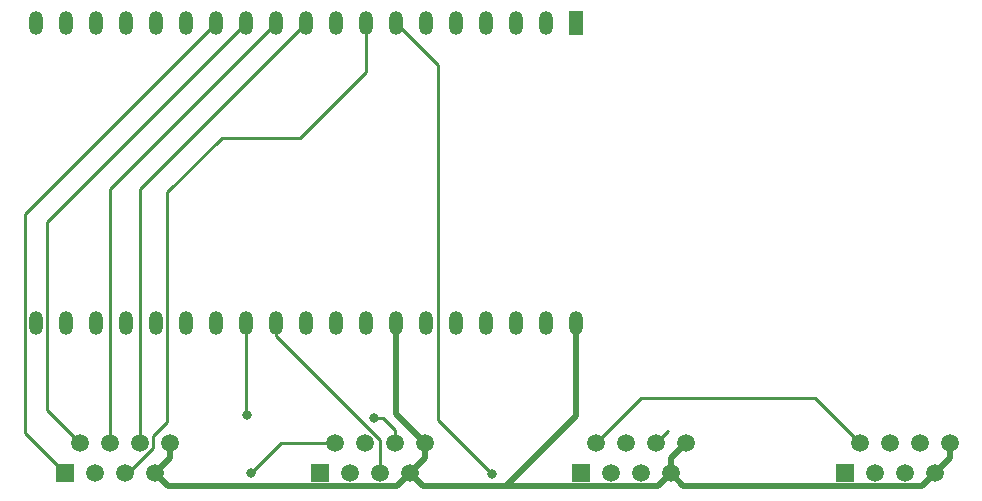
<source format=gbr>
%TF.GenerationSoftware,KiCad,Pcbnew,7.0.9*%
%TF.CreationDate,2023-12-29T21:55:34-05:00*%
%TF.ProjectId,Esp Controller,45737020-436f-46e7-9472-6f6c6c65722e,rev?*%
%TF.SameCoordinates,Original*%
%TF.FileFunction,Copper,L2,Bot*%
%TF.FilePolarity,Positive*%
%FSLAX46Y46*%
G04 Gerber Fmt 4.6, Leading zero omitted, Abs format (unit mm)*
G04 Created by KiCad (PCBNEW 7.0.9) date 2023-12-29 21:55:34*
%MOMM*%
%LPD*%
G01*
G04 APERTURE LIST*
%TA.AperFunction,ComponentPad*%
%ADD10R,1.500000X1.500000*%
%TD*%
%TA.AperFunction,ComponentPad*%
%ADD11C,1.500000*%
%TD*%
%TA.AperFunction,ComponentPad*%
%ADD12R,1.200000X2.000000*%
%TD*%
%TA.AperFunction,ComponentPad*%
%ADD13O,1.200000X2.000000*%
%TD*%
%TA.AperFunction,ViaPad*%
%ADD14C,0.800000*%
%TD*%
%TA.AperFunction,Conductor*%
%ADD15C,0.250000*%
%TD*%
%TA.AperFunction,Conductor*%
%ADD16C,0.500000*%
%TD*%
G04 APERTURE END LIST*
D10*
%TO.P,J2,1*%
%TO.N,/Red2*%
X142240000Y-91440000D03*
D11*
%TO.P,J2,2*%
%TO.N,/Yel2*%
X143510000Y-88900000D03*
%TO.P,J2,3*%
%TO.N,/USBV*%
X144780000Y-91440000D03*
%TO.P,J2,4*%
%TO.N,/Blu2*%
X146050000Y-88900000D03*
%TO.P,J2,5*%
%TO.N,/Wht2*%
X147320000Y-91440000D03*
%TO.P,J2,6*%
%TO.N,/Grn2*%
X148590000Y-88900000D03*
%TO.P,J2,7*%
%TO.N,GND*%
X149860000Y-91440000D03*
%TO.P,J2,8*%
X151130000Y-88900000D03*
%TD*%
D10*
%TO.P,J3,1*%
%TO.N,/Red3*%
X120177500Y-91420000D03*
D11*
%TO.P,J3,2*%
%TO.N,/Yel1*%
X121447500Y-88880000D03*
%TO.P,J3,3*%
%TO.N,/USBV*%
X122717500Y-91420000D03*
%TO.P,J3,4*%
%TO.N,/Blu3*%
X123987500Y-88880000D03*
%TO.P,J3,5*%
%TO.N,/Wht3*%
X125257500Y-91420000D03*
%TO.P,J3,6*%
%TO.N,/Grn3*%
X126527500Y-88880000D03*
%TO.P,J3,7*%
%TO.N,GND*%
X127797500Y-91420000D03*
%TO.P,J3,8*%
X129067500Y-88880000D03*
%TD*%
D10*
%TO.P,J1,1*%
%TO.N,/Red1*%
X98587500Y-91420000D03*
D11*
%TO.P,J1,2*%
%TO.N,/Yel1*%
X99857500Y-88880000D03*
%TO.P,J1,3*%
%TO.N,/USBV*%
X101127500Y-91420000D03*
%TO.P,J1,4*%
%TO.N,/Blu1*%
X102397500Y-88880000D03*
%TO.P,J1,5*%
%TO.N,/Wht1*%
X103667500Y-91420000D03*
%TO.P,J1,6*%
%TO.N,/Grn1*%
X104937500Y-88880000D03*
%TO.P,J1,7*%
%TO.N,GND*%
X106207500Y-91420000D03*
%TO.P,J1,8*%
X107477500Y-88880000D03*
%TD*%
D10*
%TO.P,J4,1*%
%TO.N,/Red4*%
X164627500Y-91420000D03*
D11*
%TO.P,J4,2*%
%TO.N,/Yel2*%
X165897500Y-88880000D03*
%TO.P,J4,3*%
%TO.N,/USBV*%
X167167500Y-91420000D03*
%TO.P,J4,4*%
%TO.N,/Blu4*%
X168437500Y-88880000D03*
%TO.P,J4,5*%
%TO.N,/Wht4*%
X169707500Y-91420000D03*
%TO.P,J4,6*%
%TO.N,/Grn4*%
X170977500Y-88880000D03*
%TO.P,J4,7*%
%TO.N,GND*%
X172247500Y-91420000D03*
%TO.P,J4,8*%
X173517500Y-88880000D03*
%TD*%
D12*
%TO.P,U2,1,3V3*%
%TO.N,unconnected-(U2-3V3-Pad1)*%
X141823440Y-53340000D03*
D13*
%TO.P,U2,2,CHIP_PU*%
%TO.N,unconnected-(U2-CHIP_PU-Pad2)*%
X139283440Y-53340000D03*
%TO.P,U2,3,SENSOR_VP/GPIO36/ADC1_CH0*%
%TO.N,unconnected-(U2-SENSOR_VP{slash}GPIO36{slash}ADC1_CH0-Pad3)*%
X136743440Y-53340000D03*
%TO.P,U2,4,SENSOR_VN/GPIO39/ADC1_CH3*%
%TO.N,unconnected-(U2-SENSOR_VN{slash}GPIO39{slash}ADC1_CH3-Pad4)*%
X134203440Y-53340000D03*
%TO.P,U2,5,VDET_1/GPIO34/ADC1_CH6*%
%TO.N,unconnected-(U2-VDET_1{slash}GPIO34{slash}ADC1_CH6-Pad5)*%
X131663440Y-53340000D03*
%TO.P,U2,6,VDET_2/GPIO35/ADC1_CH7*%
%TO.N,unconnected-(U2-VDET_2{slash}GPIO35{slash}ADC1_CH7-Pad6)*%
X129123440Y-53340000D03*
%TO.P,U2,7,32K_XP/GPIO32/ADC1_CH4*%
%TO.N,/Red2*%
X126583440Y-53340000D03*
%TO.P,U2,8,32K_XN/GPIO33/ADC1_CH5*%
%TO.N,/Wht1*%
X124043440Y-53340000D03*
%TO.P,U2,9,DAC_1/ADC2_CH8/GPIO25*%
%TO.N,/Grn4*%
X121503440Y-53340000D03*
%TO.P,U2,10,DAC_2/ADC2_CH9/GPIO26*%
%TO.N,/Grn1*%
X118963440Y-53340000D03*
%TO.P,U2,11,ADC2_CH7/GPIO27*%
%TO.N,/Blu1*%
X116423440Y-53340000D03*
%TO.P,U2,12,MTMS/GPIO14/ADC2_CH6*%
%TO.N,/Yel1*%
X113883440Y-53340000D03*
%TO.P,U2,13,MTDI/GPIO12/ADC2_CH5*%
%TO.N,/Red1*%
X111343440Y-53340000D03*
%TO.P,U2,14,GND*%
%TO.N,GND*%
X108803440Y-53340000D03*
%TO.P,U2,15,MTCK/GPIO13/ADC2_CH4*%
%TO.N,/Red3*%
X106263440Y-53340000D03*
%TO.P,U2,16,SD_DATA2/GPIO9*%
%TO.N,unconnected-(U2-SD_DATA2{slash}GPIO9-Pad16)*%
X103723440Y-53340000D03*
%TO.P,U2,17,SD_DATA3/GPIO10*%
%TO.N,unconnected-(U2-SD_DATA3{slash}GPIO10-Pad17)*%
X101183440Y-53340000D03*
%TO.P,U2,18,CMD*%
%TO.N,unconnected-(U2-CMD-Pad18)*%
X98643440Y-53340000D03*
%TO.P,U2,19,5V*%
%TO.N,/USBV*%
X96103440Y-53340000D03*
%TO.P,U2,20,SD_CLK/GPIO6*%
%TO.N,unconnected-(U2-SD_CLK{slash}GPIO6-Pad20)*%
X96106160Y-78736320D03*
%TO.P,U2,21,SD_DATA0/GPIO7*%
%TO.N,unconnected-(U2-SD_DATA0{slash}GPIO7-Pad21)*%
X98646160Y-78736320D03*
%TO.P,U2,22,SD_DATA1/GPIO8*%
%TO.N,unconnected-(U2-SD_DATA1{slash}GPIO8-Pad22)*%
X101183440Y-78740000D03*
%TO.P,U2,23,MTDO/GPIO15/ADC2_CH3*%
%TO.N,/Grn3*%
X103723440Y-78740000D03*
%TO.P,U2,24,ADC2_CH2/GPIO2*%
%TO.N,unconnected-(U2-ADC2_CH2{slash}GPIO2-Pad24)*%
X106263440Y-78740000D03*
%TO.P,U2,25,GPIO0/BOOT/ADC2_CH1*%
%TO.N,unconnected-(U2-GPIO0{slash}BOOT{slash}ADC2_CH1-Pad25)*%
X108803440Y-78740000D03*
%TO.P,U2,26,ADC2_CH0/GPIO4*%
%TO.N,/Yel2*%
X111343440Y-78740000D03*
%TO.P,U2,27,GPIO16*%
%TO.N,/Blu3*%
X113883440Y-78740000D03*
%TO.P,U2,28,GPIO17*%
%TO.N,/Wht3*%
X116423440Y-78740000D03*
%TO.P,U2,29,GPIO5*%
%TO.N,/Blu2*%
X118963440Y-78740000D03*
%TO.P,U2,30,GPIO18*%
%TO.N,/Grn2*%
X121503440Y-78740000D03*
%TO.P,U2,31,GPIO19*%
%TO.N,/Wht2*%
X124043440Y-78740000D03*
%TO.P,U2,32,GND*%
%TO.N,GND*%
X126583440Y-78740000D03*
%TO.P,U2,33,GPIO21*%
%TO.N,/Red4*%
X129123440Y-78740000D03*
%TO.P,U2,34,U0RXD/GPIO3*%
%TO.N,unconnected-(U2-U0RXD{slash}GPIO3-Pad34)*%
X131663440Y-78740000D03*
%TO.P,U2,35,U0TXD/GPIO1*%
%TO.N,unconnected-(U2-U0TXD{slash}GPIO1-Pad35)*%
X134203440Y-78740000D03*
%TO.P,U2,36,GPIO22*%
%TO.N,/Blu4*%
X136743440Y-78740000D03*
%TO.P,U2,37,GPIO23*%
%TO.N,/Wht4*%
X139283440Y-78740000D03*
%TO.P,U2,38,GND*%
%TO.N,GND*%
X141823440Y-78740000D03*
%TD*%
D14*
%TO.N,/Yel1*%
X114300000Y-91440000D03*
%TO.N,/Blu3*%
X114000000Y-86500000D03*
%TO.N,/Red2*%
X134750000Y-91500000D03*
%TO.N,/Grn3*%
X124750000Y-86750000D03*
%TD*%
D15*
%TO.N,/Red1*%
X95181160Y-88013660D02*
X95181160Y-69502280D01*
X95181160Y-69502280D02*
X111343440Y-53340000D01*
X98587500Y-91420000D02*
X95181160Y-88013660D01*
%TO.N,/Yel1*%
X116860000Y-88880000D02*
X114300000Y-91440000D01*
X97031160Y-86053660D02*
X97031160Y-70192280D01*
X97031160Y-70192280D02*
X113883440Y-53340000D01*
X99857500Y-88880000D02*
X97031160Y-86053660D01*
X121447500Y-88880000D02*
X116860000Y-88880000D01*
%TO.N,/Blu1*%
X102397500Y-67365940D02*
X116423440Y-53340000D01*
X102397500Y-88880000D02*
X102397500Y-67365940D01*
%TO.N,/Wht1*%
X106012500Y-88232500D02*
X107188440Y-87056560D01*
X107188440Y-87056560D02*
X107188440Y-67655000D01*
X107188440Y-67655000D02*
X111843440Y-63000000D01*
X124043440Y-57456560D02*
X124043440Y-53340000D01*
X111843440Y-63000000D02*
X118500000Y-63000000D01*
X103917780Y-91420000D02*
X106012500Y-89325280D01*
X118500000Y-63000000D02*
X124043440Y-57456560D01*
X106012500Y-89325280D02*
X106012500Y-88232500D01*
X103667500Y-91420000D02*
X103917780Y-91420000D01*
%TO.N,/Grn1*%
X104937500Y-88880000D02*
X104937500Y-67365940D01*
X104937500Y-67365940D02*
X118963440Y-53340000D01*
D16*
%TO.N,GND*%
X128892500Y-92515000D02*
X127797500Y-91420000D01*
X126583440Y-86395940D02*
X129067500Y-88880000D01*
X171172500Y-92495000D02*
X150915000Y-92495000D01*
X107282500Y-92495000D02*
X106207500Y-91420000D01*
X173517500Y-90150000D02*
X172247500Y-91420000D01*
X129067500Y-90150000D02*
X127797500Y-91420000D01*
X127797500Y-91420000D02*
X126722500Y-92495000D01*
X151130000Y-88900000D02*
X149860000Y-90170000D01*
X106207500Y-91420000D02*
X107477500Y-90150000D01*
X148785000Y-92515000D02*
X135890000Y-92515000D01*
X149860000Y-91440000D02*
X148785000Y-92515000D01*
X149860000Y-90170000D02*
X149860000Y-91440000D01*
X135890000Y-92515000D02*
X128892500Y-92515000D01*
X150915000Y-92495000D02*
X149860000Y-91440000D01*
X107477500Y-90150000D02*
X107477500Y-88880000D01*
X135890000Y-92515000D02*
X141823440Y-86581560D01*
X173517500Y-88880000D02*
X173517500Y-90150000D01*
X129067500Y-88880000D02*
X129067500Y-90150000D01*
X172247500Y-91420000D02*
X171172500Y-92495000D01*
X141823440Y-86581560D02*
X141823440Y-78740000D01*
X126583440Y-78740000D02*
X126583440Y-86395940D01*
X126722500Y-92495000D02*
X107282500Y-92495000D01*
D15*
%TO.N,/Yel2*%
X162107500Y-85090000D02*
X165897500Y-88880000D01*
X147320000Y-85090000D02*
X162107500Y-85090000D01*
X143510000Y-88900000D02*
X147320000Y-85090000D01*
%TO.N,/Grn2*%
X148590000Y-88900000D02*
X149665000Y-87825000D01*
%TO.N,/Blu3*%
X113883440Y-78740000D02*
X113883440Y-86383440D01*
X113883440Y-86383440D02*
X114000000Y-86500000D01*
%TO.N,/Wht3*%
X116423440Y-79795660D02*
X116423440Y-78740000D01*
X125257500Y-88629720D02*
X116423440Y-79795660D01*
X125257500Y-91420000D02*
X125257500Y-88629720D01*
%TO.N,/Red2*%
X126583440Y-53340000D02*
X130142500Y-56899060D01*
X130142500Y-56899060D02*
X130142500Y-86892500D01*
X130142500Y-86892500D02*
X134750000Y-91500000D01*
%TO.N,/Grn3*%
X126527500Y-87777500D02*
X125500000Y-86750000D01*
X125500000Y-86750000D02*
X124750000Y-86750000D01*
X126527500Y-88880000D02*
X126527500Y-87777500D01*
%TD*%
M02*

</source>
